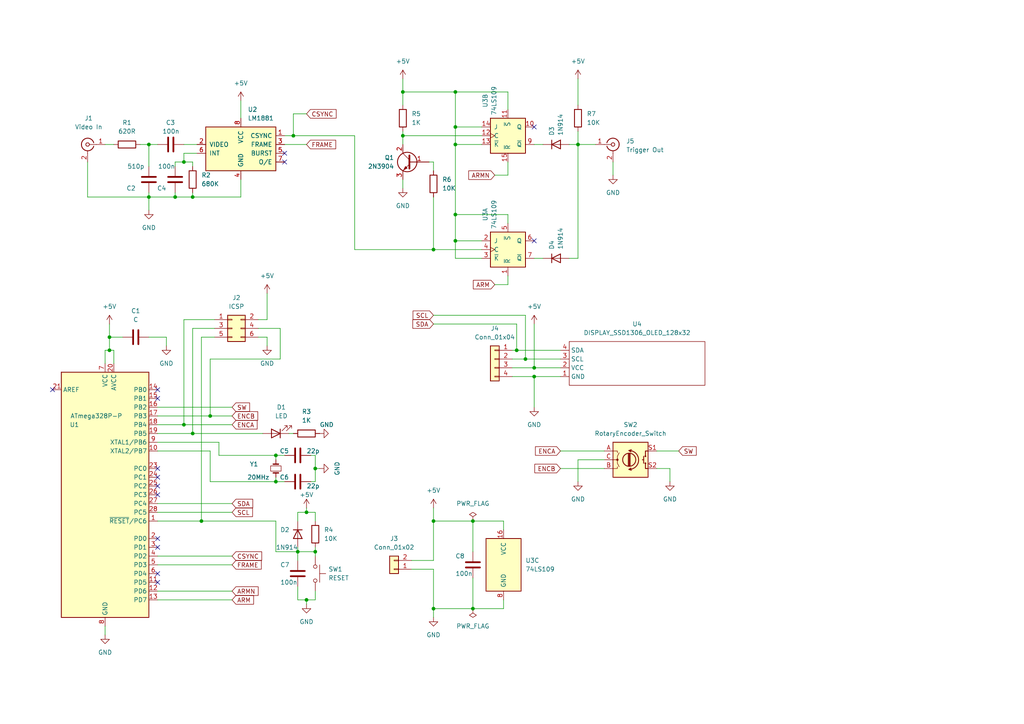
<source format=kicad_sch>
(kicad_sch (version 20211123) (generator eeschema)
  (paper "A4")
  (title_block (title "Video Trigger") (date "2022-10-02") (rev "1") (company "Duncan McIntyre (UKMaker)"))
  (lib_symbols
    (symbol "74xx:74LS109" (pin_names (offset 1.016))
      (property "Reference" "U" (at -7.62 8.89 0))
      (property "Value" "74LS109" (at -7.62 -8.89 0))
      (symbol "74LS109_1_0"
        (pin input line (at 0 -7.62 90) (length 2.54) (name "~{R}") (number "1"))
        (pin input line (at -7.62 2.54 0) (length 2.54) (name "J") (number "2"))
        (pin input line (at -7.62 -2.54 0) (length 2.54) (name "~{K}") (number "3"))
        (pin input clock (at -7.62 0 0) (length 2.54) (name "C") (number "4"))
        (pin input line (at 0 7.62 270) (length 2.54) (name "~{S}") (number "5"))
        (pin output line (at 7.62 2.54 180) (length 2.54) (name "Q") (number "6"))
        (pin output line (at 7.62 -2.54 180) (length 2.54) (name "~{Q}") (number "7"))
      )
      (symbol "74LS109_1_1"
        (rectangle (start -5.08 5.08) (end 5.08 -5.08) (stroke (width 0.254)) (fill (type background)))
      )
      (symbol "74LS109_2_0"
        (pin output line (at 7.62 2.54 180) (length 2.54) (name "Q") (number "10"))
        (pin input line (at 0 7.62 270) (length 2.54) (name "~{S}") (number "11"))
        (pin input clock (at -7.62 0 0) (length 2.54) (name "C") (number "12"))
        (pin input line (at -7.62 -2.54 0) (length 2.54) (name "~{K}") (number "13"))
        (pin input line (at -7.62 2.54 0) (length 2.54) (name "J") (number "14"))
        (pin input line (at 0 -7.62 90) (length 2.54) (name "~{R}") (number "15"))
        (pin output line (at 7.62 -2.54 180) (length 2.54) (name "~{Q}") (number "9"))
      )
      (symbol "74LS109_2_1"
        (rectangle (start -5.08 5.08) (end 5.08 -5.08) (stroke (width 0.254)) (fill (type background)))
      )
      (symbol "74LS109_3_0"
        (pin power_in line (at 0 10.16 270) (length 2.54) (name "VCC") (number "16"))
        (pin power_in line (at 0 -10.16 90) (length 2.54) (name "GND") (number "8"))
      )
      (symbol "74LS109_3_1"
        (rectangle (start -5.08 7.62) (end 5.08 -7.62) (stroke (width 0.254)) (fill (type background)))
      )
    )
    (symbol "Connector:Conn_Coaxial" (pin_names (offset 1.016) hide)
      (property "Reference" "J" (at 0.254 3.048 0))
      (property "Value" "Conn_Coaxial" (at 2.921 0 90))
      (symbol "Conn_Coaxial_0_1"
        (arc (start -1.778 -0.508) (mid 0.2311 -1.8066) (end 1.778 0) (stroke (width 0.254)))
        (polyline (pts (xy -2.54 0) (xy -0.508 0)))
        (polyline (pts (xy 0 -2.54) (xy 0 -1.778)))
        (circle (center 0 0) (radius 0.508) (stroke (width 0.2032)))
        (arc (start 1.778 0) (mid 0.2099 1.8101) (end -1.778 0.508) (stroke (width 0.254)))
      )
      (symbol "Conn_Coaxial_1_1"
        (pin passive line (at -5.08 0 0) (length 2.54) (name "In") (number "1"))
        (pin passive line (at 0 -5.08 90) (length 2.54) (name "Ext") (number "2"))
      )
    )
    (symbol "Connector_Generic:Conn_01x02" (pin_names (offset 1.016) hide)
      (property "Reference" "J" (at 0 2.54 0))
      (property "Value" "Conn_01x02" (at 0 -5.08 0))
      (symbol "Conn_01x02_1_1"
        (rectangle (start -1.27 -2.413) (end 0 -2.667) (stroke (width 0.1524)))
        (rectangle (start -1.27 0.127) (end 0 -0.127) (stroke (width 0.1524)))
        (rectangle (start -1.27 1.27) (end 1.27 -3.81) (stroke (width 0.254)) (fill (type background)))
        (pin passive line (at -5.08 0 0) (length 3.81) (name "Pin_1") (number "1"))
        (pin passive line (at -5.08 -2.54 0) (length 3.81) (name "Pin_2") (number "2"))
      )
    )
    (symbol "Connector_Generic:Conn_01x04" (pin_names (offset 1.016) hide)
      (property "Reference" "J" (at 0 5.08 0))
      (property "Value" "Conn_01x04" (at 0 -7.62 0))
      (symbol "Conn_01x04_1_1"
        (rectangle (start -1.27 -4.953) (end 0 -5.207) (stroke (width 0.1524)))
        (rectangle (start -1.27 -2.413) (end 0 -2.667) (stroke (width 0.1524)))
        (rectangle (start -1.27 0.127) (end 0 -0.127) (stroke (width 0.1524)))
        (rectangle (start -1.27 2.667) (end 0 2.413) (stroke (width 0.1524)))
        (rectangle (start -1.27 3.81) (end 1.27 -6.35) (stroke (width 0.254)) (fill (type background)))
        (pin passive line (at -5.08 2.54 0) (length 3.81) (name "Pin_1") (number "1"))
        (pin passive line (at -5.08 0 0) (length 3.81) (name "Pin_2") (number "2"))
        (pin passive line (at -5.08 -2.54 0) (length 3.81) (name "Pin_3") (number "3"))
        (pin passive line (at -5.08 -5.08 0) (length 3.81) (name "Pin_4") (number "4"))
      )
    )
    (symbol "Connector_Generic:Conn_02x03_Odd_Even" (pin_names (offset 1.016) hide)
      (property "Reference" "J" (at 1.27 5.08 0))
      (property "Value" "Conn_02x03_Odd_Even" (at 1.27 -5.08 0))
      (symbol "Conn_02x03_Odd_Even_1_1"
        (rectangle (start -1.27 -2.413) (end 0 -2.667) (stroke (width 0.1524)))
        (rectangle (start -1.27 0.127) (end 0 -0.127) (stroke (width 0.1524)))
        (rectangle (start -1.27 2.667) (end 0 2.413) (stroke (width 0.1524)))
        (rectangle (start -1.27 3.81) (end 3.81 -3.81) (stroke (width 0.254)) (fill (type background)))
        (rectangle (start 3.81 -2.413) (end 2.54 -2.667) (stroke (width 0.1524)))
        (rectangle (start 3.81 0.127) (end 2.54 -0.127) (stroke (width 0.1524)))
        (rectangle (start 3.81 2.667) (end 2.54 2.413) (stroke (width 0.1524)))
        (pin passive line (at -5.08 2.54 0) (length 3.81) (name "Pin_1") (number "1"))
        (pin passive line (at 7.62 2.54 180) (length 3.81) (name "Pin_2") (number "2"))
        (pin passive line (at -5.08 0 0) (length 3.81) (name "Pin_3") (number "3"))
        (pin passive line (at 7.62 0 180) (length 3.81) (name "Pin_4") (number "4"))
        (pin passive line (at -5.08 -2.54 0) (length 3.81) (name "Pin_5") (number "5"))
        (pin passive line (at 7.62 -2.54 180) (length 3.81) (name "Pin_6") (number "6"))
      )
    )
    (symbol "Device:C" (pin_numbers hide) (pin_names (offset 0.254))
      (property "Reference" "C" (at 0.635 2.54 0))
      (property "Value" "C" (at 0.635 -2.54 0))
      (symbol "C_0_1"
        (polyline (pts (xy -2.032 -0.762) (xy 2.032 -0.762)) (stroke (width 0.508)))
        (polyline (pts (xy -2.032 0.762) (xy 2.032 0.762)) (stroke (width 0.508)))
      )
      (symbol "C_1_1"
        (pin passive line (at 0 3.81 270) (length 2.794) (name "~") (number "1"))
        (pin passive line (at 0 -3.81 90) (length 2.794) (name "~") (number "2"))
      )
    )
    (symbol "Device:Crystal_Small" (pin_numbers hide) (pin_names (offset 1.016) hide)
      (property "Reference" "Y" (at 0 2.54 0))
      (property "Value" "Crystal_Small" (at 0 -2.54 0))
      (symbol "Crystal_Small_0_1"
        (rectangle (start -0.762 -1.524) (end 0.762 1.524))
        (polyline (pts (xy -1.27 -0.762) (xy -1.27 0.762)) (stroke (width 0.381)))
        (polyline (pts (xy 1.27 -0.762) (xy 1.27 0.762)) (stroke (width 0.381)))
      )
      (symbol "Crystal_Small_1_1"
        (pin passive line (at -2.54 0 0) (length 1.27) (name "1") (number "1"))
        (pin passive line (at 2.54 0 180) (length 1.27) (name "2") (number "2"))
      )
    )
    (symbol "Device:D" (pin_numbers hide) (pin_names (offset 1.016) hide)
      (property "Reference" "D" (at 0 2.54 0))
      (property "Value" "D" (at 0 -2.54 0))
      (symbol "D_0_1"
        (polyline (pts (xy -1.27 1.27) (xy -1.27 -1.27)) (stroke (width 0.254)))
        (polyline (pts (xy 1.27 0) (xy -1.27 0)))
        (polyline (pts (xy 1.27 1.27) (xy 1.27 -1.27) (xy -1.27 0) (xy 1.27 1.27)) (stroke (width 0.254)))
      )
      (symbol "D_1_1"
        (pin passive line (at -3.81 0 0) (length 2.54) (name "K") (number "1"))
        (pin passive line (at 3.81 0 180) (length 2.54) (name "A") (number "2"))
      )
    )
    (symbol "Device:LED" (pin_numbers hide) (pin_names (offset 1.016) hide)
      (property "Reference" "D" (at 0 2.54 0))
      (property "Value" "LED" (at 0 -2.54 0))
      (symbol "LED_0_1"
        (polyline (pts (xy -1.27 -1.27) (xy -1.27 1.27)) (stroke (width 0.254)))
        (polyline (pts (xy -1.27 0) (xy 1.27 0)))
        (polyline (pts (xy 1.27 -1.27) (xy 1.27 1.27) (xy -1.27 0) (xy 1.27 -1.27)) (stroke (width 0.254)))
        (polyline (pts (xy -3.048 -0.762) (xy -4.572 -2.286) (xy -3.81 -2.286) (xy -4.572 -2.286) (xy -4.572 -1.524)))
        (polyline (pts (xy -1.778 -0.762) (xy -3.302 -2.286) (xy -2.54 -2.286) (xy -3.302 -2.286) (xy -3.302 -1.524)))
      )
      (symbol "LED_1_1"
        (pin passive line (at -3.81 0 0) (length 2.54) (name "K") (number "1"))
        (pin passive line (at 3.81 0 180) (length 2.54) (name "A") (number "2"))
      )
    )
    (symbol "Device:Q_NPN_BCE" (pin_names (offset 0) hide)
      (property "Reference" "Q" (at 5.08 1.27 0))
      (property "Value" "Q_NPN_BCE" (at 5.08 -1.27 0))
      (symbol "Q_NPN_BCE_0_1"
        (polyline (pts (xy 0.635 0.635) (xy 2.54 2.54)))
        (polyline (pts (xy 0.635 -0.635) (xy 2.54 -2.54) (xy 2.54 -2.54)))
        (polyline (pts (xy 0.635 1.905) (xy 0.635 -1.905) (xy 0.635 -1.905)) (stroke (width 0.508)))
        (polyline (pts (xy 1.27 -1.778) (xy 1.778 -1.27) (xy 2.286 -2.286) (xy 1.27 -1.778) (xy 1.27 -1.778)) (fill (type outline)))
        (circle (center 1.27 0) (radius 2.8194) (stroke (width 0.254)))
      )
      (symbol "Q_NPN_BCE_1_1"
        (pin input line (at -5.08 0 0) (length 5.715) (name "B") (number "1"))
        (pin passive line (at 2.54 5.08 270) (length 2.54) (name "C") (number "2"))
        (pin passive line (at 2.54 -5.08 90) (length 2.54) (name "E") (number "3"))
      )
    )
    (symbol "Device:R" (pin_numbers hide) (pin_names (offset 0))
      (property "Reference" "R" (at 2.032 0 90))
      (property "Value" "R" (at 0 0 90))
      (symbol "R_0_1"
        (rectangle (start -1.016 -2.54) (end 1.016 2.54) (stroke (width 0.254)))
      )
      (symbol "R_1_1"
        (pin passive line (at 0 3.81 270) (length 1.27) (name "~") (number "1"))
        (pin passive line (at 0 -3.81 90) (length 1.27) (name "~") (number "2"))
      )
    )
    (symbol "Device:RotaryEncoder_Switch" (pin_names (offset 0.254) hide)
      (property "Reference" "SW" (at 0 6.604 0))
      (property "Value" "RotaryEncoder_Switch" (at 0 -6.604 0))
      (symbol "RotaryEncoder_Switch_0_1"
        (rectangle (start -5.08 5.08) (end 5.08 -5.08) (stroke (width 0.254)) (fill (type background)))
        (circle (center -3.81 0) (radius 0.254) (fill (type outline)))
        (arc (start -0.381 -2.794) (mid 2.3622 -0.0508) (end -0.381 2.667) (stroke (width 0.254)))
        (circle (center -0.381 0) (radius 1.905) (stroke (width 0.254)))
        (polyline (pts (xy -0.635 -1.778) (xy -0.635 1.778)) (stroke (width 0.254)))
        (polyline (pts (xy -0.381 -1.778) (xy -0.381 1.778)) (stroke (width 0.254)))
        (polyline (pts (xy -0.127 1.778) (xy -0.127 -1.778)) (stroke (width 0.254)))
        (polyline (pts (xy 3.81 0) (xy 3.429 0)) (stroke (width 0.254)))
        (polyline (pts (xy 3.81 1.016) (xy 3.81 -1.016)) (stroke (width 0.254)))
        (polyline (pts (xy -5.08 -2.54) (xy -3.81 -2.54) (xy -3.81 -2.032)))
        (polyline (pts (xy -5.08 2.54) (xy -3.81 2.54) (xy -3.81 2.032)))
        (polyline (pts (xy 0.254 -3.048) (xy -0.508 -2.794) (xy 0.127 -2.413)) (stroke (width 0.254)))
        (polyline (pts (xy 0.254 2.921) (xy -0.508 2.667) (xy 0.127 2.286)) (stroke (width 0.254)))
        (polyline (pts (xy 5.08 -2.54) (xy 4.318 -2.54) (xy 4.318 -1.016)) (stroke (width 0.254)))
        (polyline (pts (xy 5.08 2.54) (xy 4.318 2.54) (xy 4.318 1.016)) (stroke (width 0.254)))
        (polyline (pts (xy -5.08 0) (xy -3.81 0) (xy -3.81 -1.016) (xy -3.302 -2.032)))
        (polyline (pts (xy -4.318 0) (xy -3.81 0) (xy -3.81 1.016) (xy -3.302 2.032)))
        (circle (center 4.318 -1.016) (radius 0.127) (stroke (width 0.254)))
        (circle (center 4.318 1.016) (radius 0.127) (stroke (width 0.254)))
      )
      (symbol "RotaryEncoder_Switch_1_1"
        (pin passive line (at -7.62 2.54 0) (length 2.54) (name "A") (number "A"))
        (pin passive line (at -7.62 -2.54 0) (length 2.54) (name "B") (number "B"))
        (pin passive line (at -7.62 0 0) (length 2.54) (name "C") (number "C"))
        (pin passive line (at 7.62 2.54 180) (length 2.54) (name "S1") (number "S1"))
        (pin passive line (at 7.62 -2.54 180) (length 2.54) (name "S2") (number "S2"))
      )
    )
    (symbol "MCU_Microchip_ATmega:ATmega328P-P"
      (property "Reference" "U" (at -12.7 36.83 0))
      (property "Value" "ATmega328P-P" (at 2.54 -36.83 0))
      (symbol "ATmega328P-P_0_1"
        (rectangle (start -12.7 -35.56) (end 12.7 35.56) (stroke (width 0.254)) (fill (type background)))
      )
      (symbol "ATmega328P-P_1_1"
        (pin bidirectional line (at 15.24 -7.62 180) (length 2.54) (name "~{RESET}/PC6") (number "1"))
        (pin bidirectional line (at 15.24 12.7 180) (length 2.54) (name "XTAL2/PB7") (number "10"))
        (pin bidirectional line (at 15.24 -25.4 180) (length 2.54) (name "PD5") (number "11"))
        (pin bidirectional line (at 15.24 -27.94 180) (length 2.54) (name "PD6") (number "12"))
        (pin bidirectional line (at 15.24 -30.48 180) (length 2.54) (name "PD7") (number "13"))
        (pin bidirectional line (at 15.24 30.48 180) (length 2.54) (name "PB0") (number "14"))
        (pin bidirectional line (at 15.24 27.94 180) (length 2.54) (name "PB1") (number "15"))
        (pin bidirectional line (at 15.24 25.4 180) (length 2.54) (name "PB2") (number "16"))
        (pin bidirectional line (at 15.24 22.86 180) (length 2.54) (name "PB3") (number "17"))
        (pin bidirectional line (at 15.24 20.32 180) (length 2.54) (name "PB4") (number "18"))
        (pin bidirectional line (at 15.24 17.78 180) (length 2.54) (name "PB5") (number "19"))
        (pin bidirectional line (at 15.24 -12.7 180) (length 2.54) (name "PD0") (number "2"))
        (pin power_in line (at 2.54 38.1 270) (length 2.54) (name "AVCC") (number "20"))
        (pin passive line (at -15.24 30.48 0) (length 2.54) (name "AREF") (number "21"))
        (pin passive line (at 0 -38.1 90) (length 2.54) hide (name "GND") (number "22"))
        (pin bidirectional line (at 15.24 7.62 180) (length 2.54) (name "PC0") (number "23"))
        (pin bidirectional line (at 15.24 5.08 180) (length 2.54) (name "PC1") (number "24"))
        (pin bidirectional line (at 15.24 2.54 180) (length 2.54) (name "PC2") (number "25"))
        (pin bidirectional line (at 15.24 0 180) (length 2.54) (name "PC3") (number "26"))
        (pin bidirectional line (at 15.24 -2.54 180) (length 2.54) (name "PC4") (number "27"))
        (pin bidirectional line (at 15.24 -5.08 180) (length 2.54) (name "PC5") (number "28"))
        (pin bidirectional line (at 15.24 -15.24 180) (length 2.54) (name "PD1") (number "3"))
        (pin bidirectional line (at 15.24 -17.78 180) (length 2.54) (name "PD2") (number "4"))
        (pin bidirectional line (at 15.24 -20.32 180) (length 2.54) (name "PD3") (number "5"))
        (pin bidirectional line (at 15.24 -22.86 180) (length 2.54) (name "PD4") (number "6"))
        (pin power_in line (at 0 38.1 270) (length 2.54) (name "VCC") (number "7"))
        (pin power_in line (at 0 -38.1 90) (length 2.54) (name "GND") (number "8"))
        (pin bidirectional line (at 15.24 15.24 180) (length 2.54) (name "XTAL1/PB6") (number "9"))
      )
    )
    (symbol "Switch:SW_Push" (pin_numbers hide) (pin_names (offset 1.016) hide)
      (property "Reference" "SW" (at 1.27 2.54 0))
      (property "Value" "SW_Push" (at 0 -1.524 0))
      (symbol "SW_Push_0_1"
        (circle (center -2.032 0) (radius 0.508))
        (polyline (pts (xy 0 1.27) (xy 0 3.048)))
        (polyline (pts (xy 2.54 1.27) (xy -2.54 1.27)))
        (circle (center 2.032 0) (radius 0.508))
        (pin passive line (at -5.08 0 0) (length 2.54) (name "1") (number "1"))
        (pin passive line (at 5.08 0 180) (length 2.54) (name "2") (number "2"))
      )
    )
    (symbol "UKMaker:DISPLAY_SSD1306_OLED_128x32"
      (property "Reference" "U" (at 0 0 0))
      (property "Value" "DISPLAY_SSD1306_OLED_128x32" (at 0 0 0))
      (symbol "DISPLAY_SSD1306_OLED_128x32_0_1"
        (rectangle (start -21.59 6.35) (end 17.78 -6.35))
      )
      (symbol "DISPLAY_SSD1306_OLED_128x32_1_1"
        (pin power_in line (at -24.13 -3.81 0) (length 2.54) (name "GND") (number "1"))
        (pin power_in line (at -24.13 -1.27 0) (length 2.54) (name "VCC") (number "2"))
        (pin input line (at -24.13 1.27 0) (length 2.54) (name "SCL") (number "3"))
        (pin bidirectional line (at -24.13 3.81 0) (length 2.54) (name "SDA") (number "4"))
      )
    )
    (symbol "Video:LM1881" (pin_names (offset 1.016))
      (property "Reference" "U" (at -8.89 8.89 0))
      (property "Value" "LM1881" (at 6.35 8.89 0))
      (symbol "LM1881_0_1"
        (rectangle (start -10.16 7.62) (end 10.16 -5.08) (stroke (width 0.254)) (fill (type background)))
      )
      (symbol "LM1881_1_1"
        (pin output line (at 12.7 5.08 180) (length 2.54) (name "CSYNC") (number "1"))
        (pin input line (at -12.7 2.54 0) (length 2.54) (name "VIDEO") (number "2"))
        (pin output line (at 12.7 2.54 180) (length 2.54) (name "FRAME") (number "3"))
        (pin power_in line (at 0 -7.62 90) (length 2.54) (name "GND") (number "4"))
        (pin output line (at 12.7 0 180) (length 2.54) (name "BURST") (number "5"))
        (pin input line (at -12.7 0 0) (length 2.54) (name "INT") (number "6"))
        (pin output line (at 12.7 -2.54 180) (length 2.54) (name "O/E") (number "7"))
        (pin power_in line (at 0 10.16 270) (length 2.54) (name "VCC") (number "8"))
      )
    )
    (symbol "power:+5V" (power) (pin_names (offset 0))
      (property "Value" "+5V" (at 0 3.556 0))
      (symbol "+5V_0_1"
        (polyline (pts (xy -0.762 1.27) (xy 0 2.54)))
        (polyline (pts (xy 0 0) (xy 0 2.54)))
        (polyline (pts (xy 0 2.54) (xy 0.762 1.27)))
      )
      (symbol "+5V_1_1"
        (pin power_in line (at 0 0 90) (length 0) hide (name "+5V") (number "1"))
      )
    )
    (symbol "power:GND" (power) (pin_names (offset 0))
      (property "Value" "GND" (at 0 -3.81 0))
      (symbol "GND_0_1"
        (polyline (pts (xy 0 0) (xy 0 -1.27) (xy 1.27 -1.27) (xy 0 -2.54) (xy -1.27 -1.27) (xy 0 -1.27)))
      )
      (symbol "GND_1_1"
        (pin power_in line (at 0 0 270) (length 0) hide (name "GND") (number "1"))
      )
    )
    (symbol "power:PWR_FLAG" (power) (pin_numbers hide) (pin_names (offset 0) hide)
      (property "Value" "PWR_FLAG" (at 0 3.81 0))
      (symbol "PWR_FLAG_0_0"
        (pin power_out line (at 0 0 90) (length 0) (name "pwr") (number "1"))
      )
      (symbol "PWR_FLAG_0_1"
        (polyline (pts (xy 0 0) (xy 0 1.27) (xy -1.016 1.905) (xy 0 2.54) (xy 1.016 1.905) (xy 0 1.27)))
      )
    )
  )
  (junction (at 132.08 26.67))
  (junction (at 60.96 120.65))
  (junction (at 91.44 160.02))
  (junction (at 132.08 62.23))
  (junction (at 31.75 101.6))
  (junction (at 91.44 135.89))
  (junction (at 167.64 41.91))
  (junction (at 137.16 176.53))
  (junction (at 154.94 109.22))
  (junction (at 125.73 72.39))
  (junction (at 50.8 57.15))
  (junction (at 55.88 125.73))
  (junction (at 43.18 41.91))
  (junction (at 55.88 57.15))
  (junction (at 152.4 104.14))
  (junction (at 88.9 173.99))
  (junction (at 88.9 148.59))
  (junction (at 154.94 106.68))
  (junction (at 80.01 139.7))
  (junction (at 53.34 46.99))
  (junction (at 137.16 151.13))
  (junction (at 125.73 151.13))
  (junction (at 125.73 176.53))
  (junction (at 86.36 160.02))
  (junction (at 116.84 39.37))
  (junction (at 85.09 39.37))
  (junction (at 132.08 41.91))
  (junction (at 132.08 69.85))
  (junction (at 31.75 97.79))
  (junction (at 53.34 123.19))
  (junction (at 80.01 132.08))
  (junction (at 58.42 151.13))
  (junction (at 132.08 36.83))
  (junction (at 116.84 26.67))
  (junction (at 43.18 57.15))
  (junction (at 149.86 101.6))
  (no_connect (at 82.55 46.99))
  (no_connect (at 82.55 44.45))
  (no_connect (at 154.94 36.83))
  (no_connect (at 154.94 69.85))
  (no_connect (at 45.72 115.57))
  (no_connect (at 45.72 158.75))
  (no_connect (at 45.72 138.43))
  (no_connect (at 45.72 135.89))
  (no_connect (at 45.72 156.21))
  (no_connect (at 45.72 168.91))
  (no_connect (at 45.72 166.37))
  (no_connect (at 45.72 143.51))
  (no_connect (at 45.72 113.03))
  (no_connect (at 45.72 140.97))
  (no_connect (at 15.24 113.03))
  (wire (pts (xy 167.64 22.86) (xy 167.64 30.48)))
  (wire (pts (xy 147.32 64.77) (xy 147.32 62.23)))
  (wire (pts (xy 40.64 41.91) (xy 43.18 41.91)))
  (wire (pts (xy 80.01 133.35) (xy 80.01 132.08)))
  (wire (pts (xy 60.96 104.14) (xy 81.28 104.14)))
  (wire (pts (xy 77.47 85.09) (xy 77.47 92.71)))
  (wire (pts (xy 63.5 128.27) (xy 63.5 132.08)))
  (wire (pts (xy 50.8 57.15) (xy 55.88 57.15)))
  (wire (pts (xy 154.94 109.22) (xy 154.94 118.11)))
  (wire (pts (xy 162.56 135.89) (xy 175.26 135.89)))
  (wire (pts (xy 60.96 120.65) (xy 60.96 104.14)))
  (wire (pts (xy 88.9 148.59) (xy 91.44 148.59)))
  (wire (pts (xy 125.73 91.44) (xy 152.4 91.44)))
  (wire (pts (xy 165.1 74.93) (xy 167.64 74.93)))
  (wire (pts (xy 125.73 72.39) (xy 139.7 72.39)))
  (wire (pts (xy 154.94 41.91) (xy 157.48 41.91)))
  (wire (pts (xy 146.05 153.67) (xy 146.05 151.13)))
  (wire (pts (xy 62.23 95.25) (xy 55.88 95.25)))
  (wire (pts (xy 88.9 173.99) (xy 91.44 173.99)))
  (wire (pts (xy 149.86 101.6) (xy 162.56 101.6)))
  (wire (pts (xy 43.18 57.15) (xy 43.18 60.96)))
  (wire (pts (xy 31.75 93.98) (xy 31.75 97.79)))
  (wire (pts (xy 55.88 57.15) (xy 69.85 57.15)))
  (wire (pts (xy 125.73 46.99) (xy 124.46 46.99)))
  (wire (pts (xy 148.59 104.14) (xy 152.4 104.14)))
  (wire (pts (xy 50.8 46.99) (xy 50.8 48.26)))
  (wire (pts (xy 102.87 39.37) (xy 102.87 72.39)))
  (wire (pts (xy 116.84 39.37) (xy 116.84 41.91)))
  (wire (pts (xy 91.44 135.89) (xy 91.44 132.08)))
  (wire (pts (xy 125.73 93.98) (xy 149.86 93.98)))
  (wire (pts (xy 147.32 62.23) (xy 132.08 62.23)))
  (wire (pts (xy 88.9 33.02) (xy 85.09 33.02)))
  (wire (pts (xy 30.48 41.91) (xy 33.02 41.91)))
  (wire (pts (xy 190.5 135.89) (xy 194.31 135.89)))
  (wire (pts (xy 62.23 97.79) (xy 58.42 97.79)))
  (wire (pts (xy 175.26 133.35) (xy 167.64 133.35)))
  (wire (pts (xy 116.84 39.37) (xy 139.7 39.37)))
  (wire (pts (xy 132.08 41.91) (xy 132.08 36.83)))
  (wire (pts (xy 154.94 109.22) (xy 162.56 109.22)))
  (wire (pts (xy 45.72 125.73) (xy 55.88 125.73)))
  (wire (pts (xy 154.94 74.93) (xy 157.48 74.93)))
  (wire (pts (xy 148.59 109.22) (xy 154.94 109.22)))
  (wire (pts (xy 86.36 170.18) (xy 86.36 173.99)))
  (wire (pts (xy 74.93 92.71) (xy 77.47 92.71)))
  (wire (pts (xy 80.01 139.7) (xy 80.01 138.43)))
  (wire (pts (xy 43.18 55.88) (xy 43.18 57.15)))
  (wire (pts (xy 132.08 62.23) (xy 132.08 69.85)))
  (wire (pts (xy 43.18 41.91) (xy 43.18 48.26)))
  (wire (pts (xy 30.48 181.61) (xy 30.48 184.15)))
  (wire (pts (xy 125.73 176.53) (xy 137.16 176.53)))
  (wire (pts (xy 53.34 46.99) (xy 50.8 46.99)))
  (wire (pts (xy 45.72 171.45) (xy 67.31 171.45)))
  (wire (pts (xy 91.44 139.7) (xy 91.44 135.89)))
  (wire (pts (xy 31.75 97.79) (xy 31.75 101.6)))
  (wire (pts (xy 125.73 151.13) (xy 125.73 162.56)))
  (wire (pts (xy 91.44 148.59) (xy 91.44 151.13)))
  (wire (pts (xy 146.05 176.53) (xy 137.16 176.53)))
  (wire (pts (xy 86.36 173.99) (xy 88.9 173.99)))
  (wire (pts (xy 147.32 82.55) (xy 147.32 80.01)))
  (wire (pts (xy 125.73 176.53) (xy 125.73 179.07)))
  (wire (pts (xy 132.08 69.85) (xy 139.7 69.85)))
  (wire (pts (xy 53.34 44.45) (xy 53.34 46.99)))
  (wire (pts (xy 55.88 55.88) (xy 55.88 57.15)))
  (wire (pts (xy 53.34 123.19) (xy 67.31 123.19)))
  (wire (pts (xy 86.36 158.75) (xy 86.36 160.02)))
  (wire (pts (xy 116.84 26.67) (xy 132.08 26.67)))
  (wire (pts (xy 43.18 97.79) (xy 48.26 97.79)))
  (wire (pts (xy 177.8 46.99) (xy 177.8 50.8)))
  (wire (pts (xy 81.28 95.25) (xy 74.93 95.25)))
  (wire (pts (xy 154.94 106.68) (xy 162.56 106.68)))
  (wire (pts (xy 146.05 173.99) (xy 146.05 176.53)))
  (wire (pts (xy 147.32 26.67) (xy 132.08 26.67)))
  (wire (pts (xy 45.72 146.05) (xy 67.31 146.05)))
  (wire (pts (xy 86.36 160.02) (xy 86.36 162.56)))
  (wire (pts (xy 116.84 38.1) (xy 116.84 39.37)))
  (wire (pts (xy 139.7 41.91) (xy 132.08 41.91)))
  (wire (pts (xy 85.09 39.37) (xy 102.87 39.37)))
  (wire (pts (xy 88.9 147.32) (xy 88.9 148.59)))
  (wire (pts (xy 125.73 165.1) (xy 125.73 176.53)))
  (wire (pts (xy 83.82 125.73) (xy 85.09 125.73)))
  (wire (pts (xy 45.72 161.29) (xy 67.31 161.29)))
  (wire (pts (xy 162.56 130.81) (xy 175.26 130.81)))
  (wire (pts (xy 74.93 97.79) (xy 77.47 97.79)))
  (wire (pts (xy 77.47 97.79) (xy 77.47 100.33)))
  (wire (pts (xy 132.08 74.93) (xy 139.7 74.93)))
  (wire (pts (xy 194.31 135.89) (xy 194.31 139.7)))
  (wire (pts (xy 80.01 151.13) (xy 80.01 160.02)))
  (wire (pts (xy 45.72 128.27) (xy 63.5 128.27)))
  (wire (pts (xy 91.44 173.99) (xy 91.44 171.45)))
  (wire (pts (xy 147.32 50.8) (xy 147.32 46.99)))
  (wire (pts (xy 69.85 29.21) (xy 69.85 34.29)))
  (wire (pts (xy 91.44 160.02) (xy 91.44 161.29)))
  (wire (pts (xy 30.48 101.6) (xy 31.75 101.6)))
  (wire (pts (xy 167.64 133.35) (xy 167.64 139.7)))
  (wire (pts (xy 167.64 41.91) (xy 172.72 41.91)))
  (wire (pts (xy 45.72 151.13) (xy 58.42 151.13)))
  (wire (pts (xy 31.75 97.79) (xy 35.56 97.79)))
  (wire (pts (xy 86.36 160.02) (xy 91.44 160.02)))
  (wire (pts (xy 152.4 104.14) (xy 162.56 104.14)))
  (wire (pts (xy 50.8 55.88) (xy 50.8 57.15)))
  (wire (pts (xy 45.72 163.83) (xy 67.31 163.83)))
  (wire (pts (xy 33.02 101.6) (xy 33.02 105.41)))
  (wire (pts (xy 119.38 165.1) (xy 125.73 165.1)))
  (wire (pts (xy 25.4 46.99) (xy 25.4 57.15)))
  (wire (pts (xy 60.96 139.7) (xy 80.01 139.7)))
  (wire (pts (xy 148.59 106.68) (xy 154.94 106.68)))
  (wire (pts (xy 116.84 22.86) (xy 116.84 26.67)))
  (wire (pts (xy 60.96 120.65) (xy 67.31 120.65)))
  (wire (pts (xy 25.4 57.15) (xy 43.18 57.15)))
  (wire (pts (xy 125.73 46.99) (xy 125.73 49.53)))
  (wire (pts (xy 82.55 41.91) (xy 88.9 41.91)))
  (wire (pts (xy 149.86 93.98) (xy 149.86 101.6)))
  (wire (pts (xy 125.73 57.15) (xy 125.73 72.39)))
  (wire (pts (xy 57.15 44.45) (xy 53.34 44.45)))
  (wire (pts (xy 167.64 41.91) (xy 165.1 41.91)))
  (wire (pts (xy 45.72 148.59) (xy 67.31 148.59)))
  (wire (pts (xy 53.34 92.71) (xy 53.34 123.19)))
  (wire (pts (xy 137.16 176.53) (xy 137.16 167.64)))
  (wire (pts (xy 62.23 92.71) (xy 53.34 92.71)))
  (wire (pts (xy 119.38 162.56) (xy 125.73 162.56)))
  (wire (pts (xy 80.01 160.02) (xy 86.36 160.02)))
  (wire (pts (xy 90.17 139.7) (xy 91.44 139.7)))
  (wire (pts (xy 116.84 52.07) (xy 116.84 54.61)))
  (wire (pts (xy 132.08 74.93) (xy 132.08 69.85)))
  (wire (pts (xy 45.72 173.99) (xy 67.31 173.99)))
  (wire (pts (xy 91.44 132.08) (xy 90.17 132.08)))
  (wire (pts (xy 80.01 132.08) (xy 82.55 132.08)))
  (wire (pts (xy 190.5 130.81) (xy 196.85 130.81)))
  (wire (pts (xy 30.48 105.41) (xy 30.48 101.6)))
  (wire (pts (xy 55.88 46.99) (xy 55.88 48.26)))
  (wire (pts (xy 63.5 132.08) (xy 80.01 132.08)))
  (wire (pts (xy 58.42 97.79) (xy 58.42 151.13)))
  (wire (pts (xy 43.18 57.15) (xy 50.8 57.15)))
  (wire (pts (xy 91.44 158.75) (xy 91.44 160.02)))
  (wire (pts (xy 132.08 41.91) (xy 132.08 62.23)))
  (wire (pts (xy 143.51 82.55) (xy 147.32 82.55)))
  (wire (pts (xy 53.34 41.91) (xy 57.15 41.91)))
  (wire (pts (xy 137.16 151.13) (xy 137.16 160.02)))
  (wire (pts (xy 86.36 151.13) (xy 86.36 148.59)))
  (wire (pts (xy 143.51 50.8) (xy 147.32 50.8)))
  (wire (pts (xy 55.88 125.73) (xy 76.2 125.73)))
  (wire (pts (xy 53.34 46.99) (xy 55.88 46.99)))
  (wire (pts (xy 146.05 151.13) (xy 137.16 151.13)))
  (wire (pts (xy 102.87 72.39) (xy 125.73 72.39)))
  (wire (pts (xy 125.73 147.32) (xy 125.73 151.13)))
  (wire (pts (xy 55.88 95.25) (xy 55.88 125.73)))
  (wire (pts (xy 45.72 130.81) (xy 60.96 130.81)))
  (wire (pts (xy 167.64 41.91) (xy 167.64 38.1)))
  (wire (pts (xy 45.72 123.19) (xy 53.34 123.19)))
  (wire (pts (xy 82.55 139.7) (xy 80.01 139.7)))
  (wire (pts (xy 69.85 57.15) (xy 69.85 52.07)))
  (wire (pts (xy 132.08 36.83) (xy 139.7 36.83)))
  (wire (pts (xy 91.44 135.89) (xy 92.71 135.89)))
  (wire (pts (xy 48.26 97.79) (xy 48.26 100.33)))
  (wire (pts (xy 88.9 173.99) (xy 88.9 175.26)))
  (wire (pts (xy 85.09 33.02) (xy 85.09 39.37)))
  (wire (pts (xy 148.59 101.6) (xy 149.86 101.6)))
  (wire (pts (xy 147.32 31.75) (xy 147.32 26.67)))
  (wire (pts (xy 152.4 91.44) (xy 152.4 104.14)))
  (wire (pts (xy 125.73 151.13) (xy 137.16 151.13)))
  (wire (pts (xy 132.08 36.83) (xy 132.08 26.67)))
  (wire (pts (xy 58.42 151.13) (xy 80.01 151.13)))
  (wire (pts (xy 45.72 118.11) (xy 67.31 118.11)))
  (wire (pts (xy 43.18 41.91) (xy 45.72 41.91)))
  (wire (pts (xy 31.75 101.6) (xy 33.02 101.6)))
  (wire (pts (xy 60.96 130.81) (xy 60.96 139.7)))
  (wire (pts (xy 154.94 93.98) (xy 154.94 106.68)))
  (wire (pts (xy 82.55 39.37) (xy 85.09 39.37)))
  (wire (pts (xy 86.36 148.59) (xy 88.9 148.59)))
  (wire (pts (xy 81.28 104.14) (xy 81.28 95.25)))
  (wire (pts (xy 116.84 26.67) (xy 116.84 30.48)))
  (wire (pts (xy 45.72 120.65) (xy 60.96 120.65)))
  (wire (pts (xy 167.64 74.93) (xy 167.64 41.91)))
  (global_label "ARM" (shape input) (at 67.31 173.99 0) (property "Intersheet References" "${INTERSHEET_REFS}" (effects hide)))
  (global_label "ARM" (shape input) (at 143.51 82.55 180) (property "Intersheet References" "${INTERSHEET_REFS}" (effects hide)))
  (global_label "ARMN" (shape input) (at 67.31 171.45 0) (property "Intersheet References" "${INTERSHEET_REFS}" (effects hide)))
  (global_label "SCL" (shape input) (at 67.31 148.59 0) (property "Intersheet References" "${INTERSHEET_REFS}" (effects hide)))
  (global_label "FRAME" (shape input) (at 88.9 41.91 0) (property "Intersheet References" "${INTERSHEET_REFS}" (effects hide)))
  (global_label "ENCA" (shape input) (at 67.31 123.19 0) (property "Intersheet References" "${INTERSHEET_REFS}" (effects hide)))
  (global_label "SDA" (shape input) (at 125.73 93.98 180) (property "Intersheet References" "${INTERSHEET_REFS}" (effects hide)))
  (global_label "SW" (shape input) (at 196.85 130.81 0) (property "Intersheet References" "${INTERSHEET_REFS}" (effects hide)))
  (global_label "ENCB" (shape input) (at 162.56 135.89 180) (property "Intersheet References" "${INTERSHEET_REFS}" (effects hide)))
  (global_label "SW" (shape input) (at 67.31 118.11 0) (property "Intersheet References" "${INTERSHEET_REFS}" (effects hide)))
  (global_label "ENCB" (shape input) (at 67.31 120.65 0) (property "Intersheet References" "${INTERSHEET_REFS}" (effects hide)))
  (global_label "CSYNC" (shape input) (at 67.31 161.29 0) (property "Intersheet References" "${INTERSHEET_REFS}" (effects hide)))
  (global_label "SDA" (shape input) (at 67.31 146.05 0) (property "Intersheet References" "${INTERSHEET_REFS}" (effects hide)))
  (global_label "ARMN" (shape input) (at 143.51 50.8 180) (property "Intersheet References" "${INTERSHEET_REFS}" (effects hide)))
  (global_label "FRAME" (shape input) (at 67.31 163.83 0) (property "Intersheet References" "${INTERSHEET_REFS}" (effects hide)))
  (global_label "CSYNC" (shape input) (at 88.9 33.02 0) (property "Intersheet References" "${INTERSHEET_REFS}" (effects hide)))
  (global_label "SCL" (shape input) (at 125.73 91.44 180) (property "Intersheet References" "${INTERSHEET_REFS}" (effects hide)))
  (global_label "ENCA" (shape input) (at 162.56 130.81 180) (property "Intersheet References" "${INTERSHEET_REFS}" (effects hide)))
  (symbol (lib_id "Device:C") (at 86.36 166.37 0) (unit 1)
    (property "Reference" "C7" (at 81.28 163.83 0) (effects (justify left)))
    (property "Value" "100n" (at 81.28 168.91 0) (effects (justify left)))
  )
  (symbol (lib_id "74xx:74LS109") (at 147.32 39.37 0) (unit 2)
    (property "Reference" "U3" (at 140.7412 29.21 90))
    (property "Value" "74LS109" (at 143.2812 29.21 90))
    (property "Datasheet" "http://www.ti.com/lit/gpn/sn74LS109" (effects hide))
  )
  (symbol (lib_id "power:+5V") (at 167.64 22.86 0) (unit 1)
    (property "Reference" "#PWR018" (effects hide))
    (property "Value" "+5V" (at 167.64 17.78 0))
  )
  (symbol (lib_id "Device:C") (at 39.37 97.79 90) (unit 1)
    (property "Reference" "C1" (at 39.37 90.17 90))
    (property "Value" "C" (at 39.37 92.71 90))
  )
  (symbol (lib_id "Device:C") (at 50.8 52.07 0) (unit 1)
    (property "Reference" "C4" (at 48.26 54.61 0) (effects (justify right)))
    (property "Value" "100n" (at 50.8 48.26 0) (effects (justify right)))
  )
  (symbol (lib_id "Device:R") (at 167.64 34.29 0) (unit 1)
    (property "Reference" "R7" (at 170.18 33.0199 0) (effects (justify left)))
    (property "Value" "10K" (at 170.18 35.5599 0) (effects (justify left)))
  )
  (symbol (lib_id "Connector_Generic:Conn_01x02") (at 114.3 165.1 180) (unit 1)
    (property "Reference" "J3" (at 114.3 156.21 0))
    (property "Value" "Conn_01x02" (at 114.3 158.75 0))
  )
  (symbol (lib_id "Device:D") (at 161.29 41.91 0) (unit 1)
    (property "Reference" "D3" (at 160.0199 39.37 90) (effects (justify left)))
    (property "Value" "1N914" (at 162.5599 39.37 90) (effects (justify left)))
  )
  (symbol (lib_id "Device:R") (at 116.84 34.29 0) (unit 1)
    (property "Reference" "R5" (at 119.38 33.0199 0) (effects (justify left)))
    (property "Value" "1K" (at 119.38 35.5599 0) (effects (justify left)))
  )
  (symbol (lib_id "Device:C") (at 86.36 139.7 270) (unit 1)
    (property "Reference" "C6" (at 83.82 138.43 90) (effects (justify right)))
    (property "Value" "22p" (at 92.71 140.97 90) (effects (justify right)))
  )
  (symbol (lib_id "Device:C") (at 137.16 163.83 0) (unit 1)
    (property "Reference" "C8" (at 132.08 161.29 0) (effects (justify left)))
    (property "Value" "100n" (at 132.08 166.37 0) (effects (justify left)))
  )
  (symbol (lib_id "power:GND") (at 177.8 50.8 0) (unit 1)
    (property "Reference" "#PWR020" (effects hide))
    (property "Value" "GND" (at 177.8 55.88 0))
  )
  (symbol (lib_id "Device:Q_NPN_BCE") (at 119.38 46.99 0) (mirror y) (unit 1)
    (property "Reference" "Q1" (at 114.3 45.7199 0) (effects (justify left)))
    (property "Value" "2N3904" (at 114.3 48.2599 0) (effects (justify left)))
  )
  (symbol (lib_id "Connector_Generic:Conn_01x04") (at 143.51 104.14 0) (mirror y) (unit 1)
    (property "Reference" "J4" (at 143.51 95.25 0))
    (property "Value" "Conn_01x04" (at 143.51 97.79 0))
  )
  (symbol (lib_id "power:+5V") (at 125.73 147.32 0) (unit 1)
    (property "Reference" "#PWR014" (effects hide))
    (property "Value" "+5V" (at 125.73 142.24 0))
  )
  (symbol (lib_id "power:GND") (at 92.71 135.89 90) (unit 1)
    (property "Reference" "#PWR011" (effects hide))
    (property "Value" "GND" (at 97.79 135.89 0))
  )
  (symbol (lib_id "Video:LM1881") (at 69.85 44.45 0) (unit 1)
    (property "Reference" "U2" (at 71.8694 31.75 0) (effects (justify left)))
    (property "Value" "LM1881" (at 71.8694 34.29 0) (effects (justify left)))
  )
  (symbol (lib_id "power:GND") (at 116.84 54.61 0) (mirror y) (unit 1)
    (property "Reference" "#PWR013" (effects hide))
    (property "Value" "GND" (at 116.84 59.69 0))
  )
  (symbol (lib_id "Device:C") (at 43.18 52.07 0) (unit 1)
    (property "Reference" "C2" (at 39.37 54.61 0) (effects (justify right)))
    (property "Value" "510p" (at 41.91 48.26 0) (effects (justify right)))
  )
  (symbol (lib_id "power:GND") (at 77.47 100.33 0) (unit 1)
    (property "Reference" "#PWR07" (effects hide))
    (property "Value" "GND" (at 77.47 105.41 0))
  )
  (symbol (lib_id "Connector_Generic:Conn_02x03_Odd_Even") (at 67.31 95.25 0) (unit 1)
    (property "Reference" "J2" (at 68.58 86.36 0))
    (property "Value" "ICSP" (at 68.58 88.9 0))
  )
  (symbol (lib_id "power:GND") (at 154.94 118.11 0) (unit 1)
    (property "Reference" "#PWR017" (effects hide))
    (property "Value" "GND" (at 154.94 123.19 0))
  )
  (symbol (lib_id "power:GND") (at 125.73 179.07 0) (unit 1)
    (property "Reference" "#PWR015" (effects hide))
    (property "Value" "GND" (at 125.73 184.15 0))
  )
  (symbol (lib_id "power:GND") (at 30.48 184.15 0) (unit 1)
    (property "Reference" "#PWR01" (effects hide))
    (property "Value" "GND" (at 30.48 189.23 0))
  )
  (symbol (lib_id "74xx:74LS109") (at 147.32 72.39 0) (unit 1)
    (property "Reference" "U3" (at 140.7412 62.23 90))
    (property "Value" "74LS109" (at 143.2812 62.23 90))
    (property "Datasheet" "http://www.ti.com/lit/gpn/sn74LS109" (effects hide))
  )
  (symbol (lib_id "Device:LED") (at 80.01 125.73 180) (unit 1)
    (property "Reference" "D1" (at 81.5975 118.11 0))
    (property "Value" "LED" (at 81.5975 120.65 0))
  )
  (symbol (lib_id "power:GND") (at 194.31 139.7 0) (unit 1)
    (property "Reference" "#PWR021" (effects hide))
    (property "Value" "GND" (at 194.31 144.78 0))
  )
  (symbol (lib_id "power:+5V") (at 77.47 85.09 0) (unit 1)
    (property "Reference" "#PWR06" (effects hide))
    (property "Value" "+5V" (at 77.47 80.01 0))
  )
  (symbol (lib_id "power:+5V") (at 69.85 29.21 0) (unit 1)
    (property "Reference" "#PWR05" (effects hide))
    (property "Value" "+5V" (at 69.85 24.13 0))
  )
  (symbol (lib_id "Device:Crystal_Small") (at 80.01 135.89 90) (unit 1)
    (property "Reference" "Y1" (at 73.66 134.62 90))
    (property "Value" "20MHz" (at 74.93 138.43 90))
  )
  (symbol (lib_id "Device:D") (at 86.36 154.94 270) (unit 1)
    (property "Reference" "D2" (at 81.28 153.67 90) (effects (justify left)))
    (property "Value" "1N914" (at 80.01 158.75 90) (effects (justify left)))
  )
  (symbol (lib_id "power:+5V") (at 154.94 93.98 0) (unit 1)
    (property "Reference" "#PWR016" (effects hide))
    (property "Value" "+5V" (at 154.94 88.9 0))
  )
  (symbol (lib_id "UKMaker:DISPLAY_SSD1306_OLED_128x32") (at 186.69 105.41 0) (unit 1)
    (property "Reference" "U4" (at 184.785 93.98 0))
    (property "Value" "DISPLAY_SSD1306_OLED_128x32" (at 184.785 96.52 0))
  )
  (symbol (lib_id "power:GND") (at 48.26 100.33 0) (unit 1)
    (property "Reference" "#PWR04" (effects hide))
    (property "Value" "GND" (at 48.26 105.41 0))
  )
  (symbol (lib_id "Connector:Conn_Coaxial") (at 177.8 41.91 0) (unit 1)
    (property "Reference" "J5" (at 181.61 40.9331 0) (effects (justify left)))
    (property "Value" "Trigger Out" (at 181.61 43.4731 0) (effects (justify left)))
    (property "Datasheet" " ~" (effects hide))
  )
  (symbol (lib_id "power:GND") (at 92.71 125.73 90) (unit 1)
    (property "Reference" "#PWR010" (effects hide))
    (property "Value" "GND" (at 92.71 123.19 90) (effects (justify right)))
  )
  (symbol (lib_id "Device:D") (at 161.29 74.93 0) (unit 1)
    (property "Reference" "D4" (at 160.0199 72.39 90) (effects (justify left)))
    (property "Value" "1N914" (at 162.5599 72.39 90) (effects (justify left)))
  )
  (symbol (lib_id "Device:C") (at 86.36 132.08 270) (unit 1)
    (property "Reference" "C5" (at 83.82 130.81 90) (effects (justify right)))
    (property "Value" "22p" (at 92.71 130.81 90) (effects (justify right)))
  )
  (symbol (lib_id "power:+5V") (at 88.9 147.32 0) (unit 1)
    (property "Reference" "#PWR08" (effects hide))
    (property "Value" "+5V" (at 88.9 143.51 0))
  )
  (symbol (lib_id "power:PWR_FLAG") (at 137.16 151.13 0) (unit 1)
    (property "Reference" "#FLG0101" (effects hide))
    (property "Value" "PWR_FLAG" (at 137.16 146.05 0))
  )
  (symbol (lib_id "power:GND") (at 88.9 175.26 0) (unit 1)
    (property "Reference" "#PWR09" (effects hide))
    (property "Value" "GND" (at 88.9 180.34 0))
  )
  (symbol (lib_id "Device:R") (at 88.9 125.73 90) (unit 1)
    (property "Reference" "R3" (at 88.9 119.38 90))
    (property "Value" "1K" (at 88.9 121.92 90))
  )
  (symbol (lib_id "Connector:Conn_Coaxial") (at 25.4 41.91 0) (mirror y) (unit 1)
    (property "Reference" "J1" (at 25.7174 34.29 0))
    (property "Value" "Video In" (at 25.7174 36.83 0))
    (property "Datasheet" " ~" (effects hide))
  )
  (symbol (lib_id "power:+5V") (at 116.84 22.86 0) (unit 1)
    (property "Reference" "#PWR012" (effects hide))
    (property "Value" "+5V" (at 116.84 17.78 0))
  )
  (symbol (lib_id "Device:RotaryEncoder_Switch") (at 182.88 133.35 0) (unit 1)
    (property "Reference" "SW2" (at 182.88 123.19 0))
    (property "Value" "RotaryEncoder_Switch" (at 182.88 125.73 0))
  )
  (symbol (lib_id "Switch:SW_Push") (at 91.44 166.37 270) (unit 1)
    (property "Reference" "SW1" (at 95.25 165.0999 90) (effects (justify left)))
    (property "Value" "RESET" (at 95.25 167.6399 90) (effects (justify left)))
  )
  (symbol (lib_id "74xx:74LS109") (at 146.05 163.83 0) (unit 3)
    (property "Reference" "U3" (at 152.4 162.5599 0) (effects (justify left)))
    (property "Value" "74LS109" (at 152.4 165.0999 0) (effects (justify left)))
    (property "Datasheet" "http://www.ti.com/lit/gpn/sn74LS109" (effects hide))
  )
  (symbol (lib_id "power:GND") (at 167.64 139.7 0) (unit 1)
    (property "Reference" "#PWR019" (effects hide))
    (property "Value" "GND" (at 167.64 144.78 0))
  )
  (symbol (lib_id "power:+5V") (at 31.75 93.98 0) (unit 1)
    (property "Reference" "#PWR02" (effects hide))
    (property "Value" "+5V" (at 31.75 88.9 0))
  )
  (symbol (lib_id "power:GND") (at 43.18 60.96 0) (unit 1)
    (property "Reference" "#PWR03" (effects hide))
    (property "Value" "GND" (at 43.18 66.04 0))
  )
  (symbol (lib_id "power:PWR_FLAG") (at 137.16 176.53 180) (unit 1)
    (property "Reference" "#FLG0102" (effects hide))
    (property "Value" "PWR_FLAG" (at 137.16 181.61 0))
  )
  (symbol (lib_id "MCU_Microchip_ATmega:ATmega328P-P") (at 30.48 143.51 0) (unit 1)
    (property "Reference" "U1" (at 21.59 123.19 0))
    (property "Value" "ATmega328P-P" (at 27.94 120.65 0))
    (property "Footprint" "Package_DIP:DIP-28_W7.62mm" (effects hide))
    (property "Datasheet" "http://ww1.microchip.com/downloads/en/DeviceDoc/ATmega328_P%20AVR%20MCU%20with%20picoPower%20Technology%20Data%20Sheet%2040001984A.pdf" (effects hide))
  )
  (symbol (lib_id "Device:R") (at 55.88 52.07 180) (unit 1)
    (property "Reference" "R2" (at 58.42 50.7999 0) (effects (justify right)))
    (property "Value" "680K" (at 58.42 53.3399 0) (effects (justify right)))
  )
  (symbol (lib_id "Device:R") (at 36.83 41.91 90) (unit 1)
    (property "Reference" "R1" (at 36.83 35.56 90))
    (property "Value" "620R" (at 36.83 38.1 90))
  )
  (symbol (lib_id "Device:C") (at 49.53 41.91 270) (unit 1)
    (property "Reference" "C3" (at 50.8 35.56 90) (effects (justify right)))
    (property "Value" "100n" (at 52.07 38.1 90) (effects (justify right)))
  )
  (symbol (lib_id "Device:R") (at 125.73 53.34 0) (mirror y) (unit 1)
    (property "Reference" "R6" (at 128.27 52.0699 0) (effects (justify right)))
    (property "Value" "10K" (at 128.27 54.6099 0) (effects (justify right)))
  )
  (symbol (lib_id "Device:R") (at 91.44 154.94 0) (unit 1)
    (property "Reference" "R4" (at 93.98 153.6699 0) (effects (justify left)))
    (property "Value" "10K" (at 93.98 156.2099 0) (effects (justify left)))
  )
)
</source>
